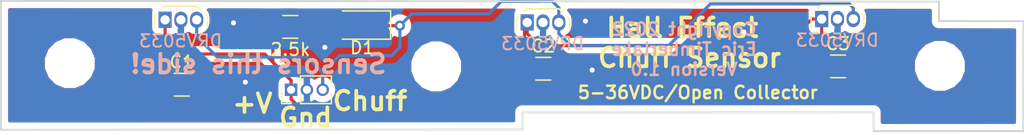
<source format=kicad_pcb>
(kicad_pcb (version 20171130) (host pcbnew "(5.0.2-5)-5")

  (general
    (thickness 1.6)
    (drawings 24)
    (tracks 74)
    (zones 0)
    (modules 12)
    (nets 5)
  )

  (page A4)
  (layers
    (0 F.Cu signal hide)
    (31 B.Cu signal hide)
    (32 B.Adhes user)
    (33 F.Adhes user)
    (34 B.Paste user)
    (35 F.Paste user)
    (36 B.SilkS user hide)
    (37 F.SilkS user)
    (38 B.Mask user)
    (39 F.Mask user)
    (40 Dwgs.User user hide)
    (41 Cmts.User user)
    (42 Eco1.User user hide)
    (43 Eco2.User user hide)
    (44 Edge.Cuts user)
    (45 Margin user hide)
    (46 B.CrtYd user hide)
    (47 F.CrtYd user hide)
    (48 B.Fab user hide)
    (49 F.Fab user hide)
  )

  (setup
    (last_trace_width 0.25)
    (trace_clearance 0.2)
    (zone_clearance 0.508)
    (zone_45_only no)
    (trace_min 0.2)
    (segment_width 0.2)
    (edge_width 0.15)
    (via_size 0.8)
    (via_drill 0.4)
    (via_min_size 0.4)
    (via_min_drill 0.3)
    (uvia_size 0.3)
    (uvia_drill 0.1)
    (uvias_allowed no)
    (uvia_min_size 0.2)
    (uvia_min_drill 0.1)
    (pcb_text_width 0.3)
    (pcb_text_size 1.5 1.5)
    (mod_edge_width 0.15)
    (mod_text_size 1 1)
    (mod_text_width 0.15)
    (pad_size 3 3)
    (pad_drill 3)
    (pad_to_mask_clearance 0.051)
    (solder_mask_min_width 0.25)
    (aux_axis_origin 0 0)
    (visible_elements FFFFFF7F)
    (pcbplotparams
      (layerselection 0x010fc_ffffffff)
      (usegerberextensions false)
      (usegerberattributes false)
      (usegerberadvancedattributes false)
      (creategerberjobfile false)
      (excludeedgelayer true)
      (linewidth 0.100000)
      (plotframeref false)
      (viasonmask false)
      (mode 1)
      (useauxorigin false)
      (hpglpennumber 1)
      (hpglpenspeed 20)
      (hpglpendiameter 15.000000)
      (psnegative false)
      (psa4output false)
      (plotreference true)
      (plotvalue true)
      (plotinvisibletext false)
      (padsonsilk false)
      (subtractmaskfromsilk false)
      (outputformat 1)
      (mirror false)
      (drillshape 1)
      (scaleselection 1)
      (outputdirectory ""))
  )

  (net 0 "")
  (net 1 "Net-(D1-Pad1)")
  (net 2 "Net-(D1-Pad2)")
  (net 3 +BATT)
  (net 4 GND)

  (net_class Default "This is the default net class."
    (clearance 0.2)
    (trace_width 0.25)
    (via_dia 0.8)
    (via_drill 0.4)
    (uvia_dia 0.3)
    (uvia_drill 0.1)
    (add_net +BATT)
    (add_net GND)
    (add_net "Net-(D1-Pad1)")
    (add_net "Net-(D1-Pad2)")
  )

  (module Capacitor_SMD:C_1206_3216Metric_Pad1.42x1.75mm_HandSolder (layer F.Cu) (tedit 5B301BBE) (tstamp 62A24A41)
    (at 125.68428 99.2124)
    (descr "Capacitor SMD 1206 (3216 Metric), square (rectangular) end terminal, IPC_7351 nominal with elongated pad for handsoldering. (Body size source: http://www.tortai-tech.com/upload/download/2011102023233369053.pdf), generated with kicad-footprint-generator")
    (tags "capacitor handsolder")
    (path /62846B85)
    (attr smd)
    (fp_text reference C1 (at 0 -1.82) (layer F.SilkS)
      (effects (font (size 1 1) (thickness 0.15)))
    )
    (fp_text value .01uf (at 0 1.82) (layer F.Fab)
      (effects (font (size 1 1) (thickness 0.15)))
    )
    (fp_line (start -1.6 0.8) (end -1.6 -0.8) (layer F.Fab) (width 0.1))
    (fp_line (start -1.6 -0.8) (end 1.6 -0.8) (layer F.Fab) (width 0.1))
    (fp_line (start 1.6 -0.8) (end 1.6 0.8) (layer F.Fab) (width 0.1))
    (fp_line (start 1.6 0.8) (end -1.6 0.8) (layer F.Fab) (width 0.1))
    (fp_line (start -0.602064 -0.91) (end 0.602064 -0.91) (layer F.SilkS) (width 0.12))
    (fp_line (start -0.602064 0.91) (end 0.602064 0.91) (layer F.SilkS) (width 0.12))
    (fp_line (start -2.45 1.12) (end -2.45 -1.12) (layer F.CrtYd) (width 0.05))
    (fp_line (start -2.45 -1.12) (end 2.45 -1.12) (layer F.CrtYd) (width 0.05))
    (fp_line (start 2.45 -1.12) (end 2.45 1.12) (layer F.CrtYd) (width 0.05))
    (fp_line (start 2.45 1.12) (end -2.45 1.12) (layer F.CrtYd) (width 0.05))
    (fp_text user %R (at 0 0) (layer F.Fab)
      (effects (font (size 0.8 0.8) (thickness 0.12)))
    )
    (pad 1 smd roundrect (at -1.4875 0) (size 1.425 1.75) (layers F.Cu F.Paste F.Mask) (roundrect_rratio 0.175439)
      (net 3 +BATT))
    (pad 2 smd roundrect (at 1.4875 0) (size 1.425 1.75) (layers F.Cu F.Paste F.Mask) (roundrect_rratio 0.175439)
      (net 4 GND))
    (model ${KISYS3DMOD}/Capacitor_SMD.3dshapes/C_1206_3216Metric.wrl
      (at (xyz 0 0 0))
      (scale (xyz 1 1 1))
      (rotate (xyz 0 0 0))
    )
  )

  (module Capacitor_SMD:C_1206_3216Metric_Pad1.42x1.75mm_HandSolder (layer F.Cu) (tedit 5B301BBE) (tstamp 62A24A52)
    (at 154.73172 97.92716)
    (descr "Capacitor SMD 1206 (3216 Metric), square (rectangular) end terminal, IPC_7351 nominal with elongated pad for handsoldering. (Body size source: http://www.tortai-tech.com/upload/download/2011102023233369053.pdf), generated with kicad-footprint-generator")
    (tags "capacitor handsolder")
    (path /62846B1F)
    (attr smd)
    (fp_text reference C2 (at 0 -1.82) (layer F.SilkS)
      (effects (font (size 1 1) (thickness 0.15)))
    )
    (fp_text value .01uf (at 0 1.82) (layer F.Fab)
      (effects (font (size 1 1) (thickness 0.15)))
    )
    (fp_text user %R (at 0 0) (layer F.Fab)
      (effects (font (size 0.8 0.8) (thickness 0.12)))
    )
    (fp_line (start 2.45 1.12) (end -2.45 1.12) (layer F.CrtYd) (width 0.05))
    (fp_line (start 2.45 -1.12) (end 2.45 1.12) (layer F.CrtYd) (width 0.05))
    (fp_line (start -2.45 -1.12) (end 2.45 -1.12) (layer F.CrtYd) (width 0.05))
    (fp_line (start -2.45 1.12) (end -2.45 -1.12) (layer F.CrtYd) (width 0.05))
    (fp_line (start -0.602064 0.91) (end 0.602064 0.91) (layer F.SilkS) (width 0.12))
    (fp_line (start -0.602064 -0.91) (end 0.602064 -0.91) (layer F.SilkS) (width 0.12))
    (fp_line (start 1.6 0.8) (end -1.6 0.8) (layer F.Fab) (width 0.1))
    (fp_line (start 1.6 -0.8) (end 1.6 0.8) (layer F.Fab) (width 0.1))
    (fp_line (start -1.6 -0.8) (end 1.6 -0.8) (layer F.Fab) (width 0.1))
    (fp_line (start -1.6 0.8) (end -1.6 -0.8) (layer F.Fab) (width 0.1))
    (pad 2 smd roundrect (at 1.4875 0) (size 1.425 1.75) (layers F.Cu F.Paste F.Mask) (roundrect_rratio 0.175439)
      (net 4 GND))
    (pad 1 smd roundrect (at -1.4875 0) (size 1.425 1.75) (layers F.Cu F.Paste F.Mask) (roundrect_rratio 0.175439)
      (net 3 +BATT))
    (model ${KISYS3DMOD}/Capacitor_SMD.3dshapes/C_1206_3216Metric.wrl
      (at (xyz 0 0 0))
      (scale (xyz 1 1 1))
      (rotate (xyz 0 0 0))
    )
  )

  (module Capacitor_SMD:C_1206_3216Metric_Pad1.42x1.75mm_HandSolder (layer F.Cu) (tedit 62872E66) (tstamp 62A24A63)
    (at 178.4096 97.7392)
    (descr "Capacitor SMD 1206 (3216 Metric), square (rectangular) end terminal, IPC_7351 nominal with elongated pad for handsoldering. (Body size source: http://www.tortai-tech.com/upload/download/2011102023233369053.pdf), generated with kicad-footprint-generator")
    (tags "capacitor handsolder")
    (path /62846A91)
    (attr smd)
    (fp_text reference C3 (at 0 -1.82) (layer F.SilkS)
      (effects (font (size 1 1) (thickness 0.15)))
    )
    (fp_text value .01uf (at 0 1.82) (layer F.Fab)
      (effects (font (size 1 1) (thickness 0.15)))
    )
    (fp_line (start -1.6 0.8) (end -1.6 -0.8) (layer F.Fab) (width 0.1))
    (fp_line (start -1.6 -0.8) (end 1.6 -0.8) (layer F.Fab) (width 0.1))
    (fp_line (start 1.6 -0.8) (end 1.6 0.8) (layer F.Fab) (width 0.1))
    (fp_line (start 1.6 0.8) (end -1.6 0.8) (layer F.Fab) (width 0.1))
    (fp_line (start -0.602064 -0.91) (end 0.602064 -0.91) (layer F.SilkS) (width 0.12))
    (fp_line (start -0.602064 0.91) (end 0.602064 0.91) (layer F.SilkS) (width 0.12))
    (fp_line (start -2.45 1.12) (end -2.45 -1.12) (layer F.CrtYd) (width 0.05))
    (fp_line (start -2.45 -1.12) (end 2.45 -1.12) (layer F.CrtYd) (width 0.05))
    (fp_line (start 2.45 -1.12) (end 2.45 1.12) (layer F.CrtYd) (width 0.05))
    (fp_line (start 2.45 1.12) (end -2.45 1.12) (layer F.CrtYd) (width 0.05))
    (fp_text user %R (at 0 0) (layer F.Fab)
      (effects (font (size 0.8 0.8) (thickness 0.12)))
    )
    (pad 1 smd roundrect (at -1.4875 0) (size 1.425 1.75) (layers F.Cu F.Paste F.Mask) (roundrect_rratio 0.175439)
      (net 3 +BATT))
    (pad 2 smd roundrect (at 1.4875 0) (size 1.425 1.75) (layers F.Cu F.Paste F.Mask) (roundrect_rratio 0.175439)
      (net 4 GND))
    (model ${KISYS3DMOD}/Capacitor_SMD.3dshapes/C_1206_3216Metric.wrl
      (at (xyz 0 0 0))
      (scale (xyz 1 1 1))
      (rotate (xyz 0 0 0))
    )
  )

  (module LED_SMD:LED_1206_3216Metric (layer F.Cu) (tedit 62871389) (tstamp 62A24A76)
    (at 140.1826 94.41942 180)
    (descr "LED SMD 1206 (3216 Metric), square (rectangular) end terminal, IPC_7351 nominal, (Body size source: http://www.tortai-tech.com/upload/download/2011102023233369053.pdf), generated with kicad-footprint-generator")
    (tags diode)
    (path /62879654)
    (attr smd)
    (fp_text reference D1 (at 0 -1.82 180) (layer F.SilkS)
      (effects (font (size 1 1) (thickness 0.15)))
    )
    (fp_text value LED (at 0 1.82 180) (layer F.Fab) hide
      (effects (font (size 1 1) (thickness 0.15)))
    )
    (fp_line (start 1.6 -0.8) (end -1.2 -0.8) (layer F.Fab) (width 0.1))
    (fp_line (start -1.2 -0.8) (end -1.6 -0.4) (layer F.Fab) (width 0.1))
    (fp_line (start -1.6 -0.4) (end -1.6 0.8) (layer F.Fab) (width 0.1))
    (fp_line (start -1.6 0.8) (end 1.6 0.8) (layer F.Fab) (width 0.1))
    (fp_line (start 1.6 0.8) (end 1.6 -0.8) (layer F.Fab) (width 0.1))
    (fp_line (start 1.6 -1.135) (end -2.285 -1.135) (layer F.SilkS) (width 0.12))
    (fp_line (start -2.285 -1.135) (end -2.285 1.135) (layer F.SilkS) (width 0.12))
    (fp_line (start -2.285 1.135) (end 1.6 1.135) (layer F.SilkS) (width 0.12))
    (fp_line (start -2.28 1.12) (end -2.28 -1.12) (layer F.CrtYd) (width 0.05))
    (fp_line (start -2.28 -1.12) (end 2.28 -1.12) (layer F.CrtYd) (width 0.05))
    (fp_line (start 2.28 -1.12) (end 2.28 1.12) (layer F.CrtYd) (width 0.05))
    (fp_line (start 2.28 1.12) (end -2.28 1.12) (layer F.CrtYd) (width 0.05))
    (fp_text user %R (at 0 0 180) (layer F.Fab)
      (effects (font (size 0.8 0.8) (thickness 0.12)))
    )
    (pad 1 smd roundrect (at -1.4 0 180) (size 1.25 1.75) (layers F.Cu F.Paste F.Mask) (roundrect_rratio 0.2)
      (net 1 "Net-(D1-Pad1)"))
    (pad 2 smd roundrect (at 1.4 0 180) (size 1.25 1.75) (layers F.Cu F.Paste F.Mask) (roundrect_rratio 0.2)
      (net 2 "Net-(D1-Pad2)"))
    (model ${KISYS3DMOD}/LED_SMD.3dshapes/LED_1206_3216Metric.wrl
      (at (xyz 0 0 0))
      (scale (xyz 1 1 1))
      (rotate (xyz 0 0 0))
    )
  )

  (module MountingHole:MountingHole_3mm (layer F.Cu) (tedit 62871381) (tstamp 62A24A7E)
    (at 116.69268 97.48266)
    (descr "Mounting Hole 3mm, no annular")
    (tags "mounting hole 3mm no annular")
    (path /62878DD0)
    (attr virtual)
    (fp_text reference H1 (at 0 -4) (layer F.SilkS) hide
      (effects (font (size 1 1) (thickness 0.15)))
    )
    (fp_text value MountingHole (at 0 4) (layer F.Fab) hide
      (effects (font (size 1 1) (thickness 0.15)))
    )
    (fp_text user %R (at 0.3 0) (layer F.Fab)
      (effects (font (size 1 1) (thickness 0.15)))
    )
    (fp_circle (center 0 0) (end 3 0) (layer Cmts.User) (width 0.15))
    (fp_circle (center 0 0) (end 3.25 0) (layer F.CrtYd) (width 0.05))
    (pad 1 np_thru_hole circle (at 0 0) (size 3 3) (drill 3) (layers *.Cu *.Mask))
  )

  (module MountingHole:MountingHole_3mm (layer F.Cu) (tedit 62871379) (tstamp 62A24A86)
    (at 146.13128 97.74428)
    (descr "Mounting Hole 3mm, no annular")
    (tags "mounting hole 3mm no annular")
    (path /62878E3C)
    (attr virtual)
    (fp_text reference H2 (at 0 -4) (layer F.SilkS) hide
      (effects (font (size 1 1) (thickness 0.15)))
    )
    (fp_text value MountingHole (at 0 4) (layer F.Fab) hide
      (effects (font (size 1 1) (thickness 0.15)))
    )
    (fp_circle (center 0 0) (end 3.25 0) (layer F.CrtYd) (width 0.05))
    (fp_circle (center 0 0) (end 3 0) (layer Cmts.User) (width 0.15))
    (fp_text user %R (at 0.3 0) (layer F.Fab)
      (effects (font (size 1 1) (thickness 0.15)))
    )
    (pad 1 np_thru_hole circle (at 0 0) (size 3 3) (drill 3) (layers *.Cu *.Mask))
  )

  (module MountingHole:MountingHole_3mm (layer F.Cu) (tedit 62871372) (tstamp 62A24A8E)
    (at 186.59602 97.69856)
    (descr "Mounting Hole 3mm, no annular")
    (tags "mounting hole 3mm no annular")
    (path /62878E8D)
    (attr virtual)
    (fp_text reference H3 (at 0 -4) (layer F.SilkS) hide
      (effects (font (size 1 1) (thickness 0.15)))
    )
    (fp_text value MountingHole (at 0 4) (layer F.Fab) hide
      (effects (font (size 1 1) (thickness 0.15)))
    )
    (fp_text user %R (at 0.3 0) (layer F.Fab)
      (effects (font (size 1 1) (thickness 0.15)))
    )
    (fp_circle (center 0 0) (end 3 0) (layer Cmts.User) (width 0.15))
    (fp_circle (center 0 0) (end 3.25 0) (layer F.CrtYd) (width 0.05))
    (pad 1 np_thru_hole circle (at 0 0) (size 3 3) (drill 3) (layers *.Cu *.Mask))
  )

  (module Connector_PinHeader_1.27mm:PinHeader_1x03_P1.27mm_Vertical (layer F.Cu) (tedit 628713BD) (tstamp 62A24AA7)
    (at 134.47014 99.6188 90)
    (descr "Through hole straight pin header, 1x03, 1.27mm pitch, single row")
    (tags "Through hole pin header THT 1x03 1.27mm single row")
    (path /62848F3C)
    (fp_text reference J1 (at 0 -1.695 90) (layer F.SilkS) hide
      (effects (font (size 1 1) (thickness 0.15)))
    )
    (fp_text value Conn_01x03_Male (at 0 4.235 90) (layer F.Fab) hide
      (effects (font (size 1 1) (thickness 0.15)))
    )
    (fp_line (start -0.525 -0.635) (end 1.05 -0.635) (layer F.Fab) (width 0.1))
    (fp_line (start 1.05 -0.635) (end 1.05 3.175) (layer F.Fab) (width 0.1))
    (fp_line (start 1.05 3.175) (end -1.05 3.175) (layer F.Fab) (width 0.1))
    (fp_line (start -1.05 3.175) (end -1.05 -0.11) (layer F.Fab) (width 0.1))
    (fp_line (start -1.05 -0.11) (end -0.525 -0.635) (layer F.Fab) (width 0.1))
    (fp_line (start -1.11 3.235) (end -0.30753 3.235) (layer F.SilkS) (width 0.12))
    (fp_line (start 0.30753 3.235) (end 1.11 3.235) (layer F.SilkS) (width 0.12))
    (fp_line (start -1.11 0.76) (end -1.11 3.235) (layer F.SilkS) (width 0.12))
    (fp_line (start 1.11 0.76) (end 1.11 3.235) (layer F.SilkS) (width 0.12))
    (fp_line (start -1.11 0.76) (end -0.563471 0.76) (layer F.SilkS) (width 0.12))
    (fp_line (start 0.563471 0.76) (end 1.11 0.76) (layer F.SilkS) (width 0.12))
    (fp_line (start -1.11 0) (end -1.11 -0.76) (layer F.SilkS) (width 0.12))
    (fp_line (start -1.11 -0.76) (end 0 -0.76) (layer F.SilkS) (width 0.12))
    (fp_line (start -1.55 -1.15) (end -1.55 3.7) (layer F.CrtYd) (width 0.05))
    (fp_line (start -1.55 3.7) (end 1.55 3.7) (layer F.CrtYd) (width 0.05))
    (fp_line (start 1.55 3.7) (end 1.55 -1.15) (layer F.CrtYd) (width 0.05))
    (fp_line (start 1.55 -1.15) (end -1.55 -1.15) (layer F.CrtYd) (width 0.05))
    (fp_text user %R (at 0 1.27 180) (layer F.Fab) hide
      (effects (font (size 1 1) (thickness 0.15)))
    )
    (pad 1 thru_hole rect (at 0 0 90) (size 1 1) (drill 0.65) (layers *.Cu *.Mask)
      (net 3 +BATT))
    (pad 2 thru_hole oval (at 0 1.27 90) (size 1 1) (drill 0.65) (layers *.Cu *.Mask)
      (net 4 GND))
    (pad 3 thru_hole oval (at 0 2.54 90) (size 1 1) (drill 0.65) (layers *.Cu *.Mask)
      (net 1 "Net-(D1-Pad1)"))
    (model ${KISYS3DMOD}/Connector_PinHeader_1.27mm.3dshapes/PinHeader_1x03_P1.27mm_Vertical.wrl
      (at (xyz 0 0 0))
      (scale (xyz 1 1 1))
      (rotate (xyz 0 0 0))
    )
  )

  (module Resistor_SMD:R_1206_3216Metric (layer F.Cu) (tedit 5D74CB1B) (tstamp 62A24AB8)
    (at 134.40618 94.5642)
    (descr "Resistor SMD 1206 (3216 Metric), square (rectangular) end terminal, IPC_7351 nominal, (Body size source: http://www.tortai-tech.com/upload/download/2011102023233369053.pdf), generated with kicad-footprint-generator")
    (tags resistor)
    (path /62879755)
    (attr smd)
    (fp_text reference R1 (at 0 -1.82) (layer F.SilkS) hide
      (effects (font (size 1 1) (thickness 0.15)))
    )
    (fp_text value 2.5k (at 0 1.82) (layer F.SilkS)
      (effects (font (size 1 1) (thickness 0.15)))
    )
    (fp_text user %R (at 0 0) (layer F.Fab)
      (effects (font (size 0.8 0.8) (thickness 0.12)))
    )
    (fp_line (start 2.28 1.12) (end -2.28 1.12) (layer F.CrtYd) (width 0.05))
    (fp_line (start 2.28 -1.12) (end 2.28 1.12) (layer F.CrtYd) (width 0.05))
    (fp_line (start -2.28 -1.12) (end 2.28 -1.12) (layer F.CrtYd) (width 0.05))
    (fp_line (start -2.28 1.12) (end -2.28 -1.12) (layer F.CrtYd) (width 0.05))
    (fp_line (start -0.602064 0.91) (end 0.602064 0.91) (layer F.SilkS) (width 0.12))
    (fp_line (start -0.602064 -0.91) (end 0.602064 -0.91) (layer F.SilkS) (width 0.12))
    (fp_line (start 1.6 0.8) (end -1.6 0.8) (layer F.Fab) (width 0.1))
    (fp_line (start 1.6 -0.8) (end 1.6 0.8) (layer F.Fab) (width 0.1))
    (fp_line (start -1.6 -0.8) (end 1.6 -0.8) (layer F.Fab) (width 0.1))
    (fp_line (start -1.6 0.8) (end -1.6 -0.8) (layer F.Fab) (width 0.1))
    (pad 2 smd roundrect (at 1.4 0) (size 1.25 1.75) (layers F.Cu F.Paste F.Mask) (roundrect_rratio 0.2)
      (net 2 "Net-(D1-Pad2)"))
    (pad 1 smd roundrect (at -1.4 0) (size 1.25 1.75) (layers F.Cu F.Paste F.Mask) (roundrect_rratio 0.2)
      (net 3 +BATT))
    (model ${KISYS3DMOD}/Resistor_SMD.3dshapes/R_1206_3216Metric.wrl
      (at (xyz 0 0 0))
      (scale (xyz 1 1 1))
      (rotate (xyz 0 0 0))
    )
  )

  (module Package_TO_SOT_THT:TO-92Flat (layer F.Cu) (tedit 6287342B) (tstamp 62A24AD4)
    (at 124.3457 93.99778)
    (descr "TO-92Flat package, often used for hall sensors, drill 0.75mm (see e.g. http://www.ti.com/lit/ds/symlink/drv5023.pdf)")
    (tags "to-92Flat hall sensor")
    (path /6287DF08)
    (fp_text reference U1 (at 1.27 -2.06) (layer F.SilkS) hide
      (effects (font (size 1 1) (thickness 0.15)))
    )
    (fp_text value DRV5033 (at 1.25 1.7) (layer B.SilkS)
      (effects (font (size 1 1) (thickness 0.15)) (justify mirror))
    )
    (fp_text user %R (at 1.27 -2.06) (layer F.Fab) hide
      (effects (font (size 1 1) (thickness 0.15)))
    )
    (fp_line (start -0.75 0.55) (end 3.3 0.55) (layer F.Fab) (width 0.12))
    (fp_line (start 3.3 0.55) (end 3.3 -0.05) (layer F.Fab) (width 0.12))
    (fp_line (start 3.3 0) (end 3.3 -0.25) (layer F.Fab) (width 0.12))
    (fp_line (start 3.3 -0.25) (end 2.55 -1) (layer F.Fab) (width 0.12))
    (fp_line (start -0.75 0.55) (end -0.75 -0.3) (layer F.Fab) (width 0.12))
    (fp_line (start -0.75 -0.25) (end 0 -1) (layer F.Fab) (width 0.12))
    (fp_line (start 0 -1) (end 2.55 -1) (layer F.Fab) (width 0.12))
    (fp_line (start -0.85 0.65) (end -0.85 -0.3) (layer F.SilkS) (width 0.12))
    (fp_line (start 3.4 -0.3) (end 3.4 0.65) (layer F.SilkS) (width 0.12))
    (fp_line (start 3.55 0.8) (end -1 0.8) (layer B.CrtYd) (width 0.05))
    (fp_line (start -1 0.8) (end -1 -0.4) (layer B.CrtYd) (width 0.05))
    (fp_line (start -0.15 -1.25) (end 2.65 -1.25) (layer B.CrtYd) (width 0.05))
    (fp_line (start 2.65 -1.25) (end 3.55 -0.35) (layer B.CrtYd) (width 0.05))
    (fp_line (start 3.55 -0.35) (end 3.55 0.8) (layer B.CrtYd) (width 0.05))
    (fp_line (start -1 -0.4) (end -0.15 -1.25) (layer B.CrtYd) (width 0.05))
    (fp_line (start 2.55 -1.1) (end -0.05 -1.1) (layer F.SilkS) (width 0.12))
    (fp_line (start -0.05 -1.1) (end -0.3 -0.85) (layer F.SilkS) (width 0.12))
    (fp_line (start -0.7 -0.45) (end -0.85 -0.3) (layer F.SilkS) (width 0.12))
    (fp_line (start 2.55 -1.1) (end 2.8 -0.85) (layer F.SilkS) (width 0.12))
    (fp_line (start 3.25 -0.45) (end 3.4 -0.3) (layer F.SilkS) (width 0.12))
    (pad 1 thru_hole rect (at 0 0 180) (size 1.05 1.3) (drill 0.75) (layers *.Cu *.Mask)
      (net 3 +BATT))
    (pad 3 thru_hole oval (at 2.54 0 180) (size 1.05 1.3) (drill 0.75) (layers *.Cu *.Mask)
      (net 1 "Net-(D1-Pad1)"))
    (pad 2 thru_hole oval (at 1.27 0 180) (size 1.05 1.3) (drill 0.75) (layers *.Cu *.Mask)
      (net 4 GND))
    (model ${KISYS3DMOD}/Package_TO_SOT_THT.3dshapes/TO-92Flat.wrl
      (at (xyz 0 0 0))
      (scale (xyz 1 1 1))
      (rotate (xyz 0 0 0))
    )
  )

  (module Package_TO_SOT_THT:TO-92Flat (layer F.Cu) (tedit 62873423) (tstamp 62A24AF0)
    (at 153.43886 94.21114)
    (descr "TO-92Flat package, often used for hall sensors, drill 0.75mm (see e.g. http://www.ti.com/lit/ds/symlink/drv5023.pdf)")
    (tags "to-92Flat hall sensor")
    (path /6287DFD4)
    (fp_text reference U2 (at 1.27 -2.06) (layer F.SilkS) hide
      (effects (font (size 1 1) (thickness 0.15)))
    )
    (fp_text value DRV5033 (at 1.25 1.7) (layer B.SilkS)
      (effects (font (size 1 1) (thickness 0.15)) (justify mirror))
    )
    (fp_line (start 3.25 -0.45) (end 3.4 -0.3) (layer F.SilkS) (width 0.12))
    (fp_line (start 2.55 -1.1) (end 2.8 -0.85) (layer F.SilkS) (width 0.12))
    (fp_line (start -0.7 -0.45) (end -0.85 -0.3) (layer F.SilkS) (width 0.12))
    (fp_line (start -0.05 -1.1) (end -0.3 -0.85) (layer F.SilkS) (width 0.12))
    (fp_line (start 2.55 -1.1) (end -0.05 -1.1) (layer F.SilkS) (width 0.12))
    (fp_line (start -1 -0.4) (end -0.15 -1.25) (layer B.CrtYd) (width 0.05))
    (fp_line (start 3.55 -0.35) (end 3.55 0.8) (layer B.CrtYd) (width 0.05))
    (fp_line (start 2.65 -1.25) (end 3.55 -0.35) (layer B.CrtYd) (width 0.05))
    (fp_line (start -0.15 -1.25) (end 2.65 -1.25) (layer B.CrtYd) (width 0.05))
    (fp_line (start -1 0.8) (end -1 -0.4) (layer B.CrtYd) (width 0.05))
    (fp_line (start 3.55 0.8) (end -1 0.8) (layer B.CrtYd) (width 0.05))
    (fp_line (start 3.4 -0.3) (end 3.4 0.65) (layer F.SilkS) (width 0.12))
    (fp_line (start -0.85 0.65) (end -0.85 -0.3) (layer F.SilkS) (width 0.12))
    (fp_line (start 0 -1) (end 2.55 -1) (layer F.Fab) (width 0.12))
    (fp_line (start -0.75 -0.25) (end 0 -1) (layer F.Fab) (width 0.12))
    (fp_line (start -0.75 0.55) (end -0.75 -0.3) (layer F.Fab) (width 0.12))
    (fp_line (start 3.3 -0.25) (end 2.55 -1) (layer F.Fab) (width 0.12))
    (fp_line (start 3.3 0) (end 3.3 -0.25) (layer F.Fab) (width 0.12))
    (fp_line (start 3.3 0.55) (end 3.3 -0.05) (layer F.Fab) (width 0.12))
    (fp_line (start -0.75 0.55) (end 3.3 0.55) (layer F.Fab) (width 0.12))
    (fp_text user %R (at 1.27 -2.06) (layer F.Fab) hide
      (effects (font (size 1 1) (thickness 0.15)))
    )
    (pad 2 thru_hole oval (at 1.27 0 180) (size 1.05 1.3) (drill 0.75) (layers *.Cu *.Mask)
      (net 4 GND))
    (pad 3 thru_hole oval (at 2.54 0 180) (size 1.05 1.3) (drill 0.75) (layers *.Cu *.Mask)
      (net 1 "Net-(D1-Pad1)"))
    (pad 1 thru_hole rect (at 0 0 180) (size 1.05 1.3) (drill 0.75) (layers *.Cu *.Mask)
      (net 3 +BATT))
    (model ${KISYS3DMOD}/Package_TO_SOT_THT.3dshapes/TO-92Flat.wrl
      (at (xyz 0 0 0))
      (scale (xyz 1 1 1))
      (rotate (xyz 0 0 0))
    )
  )

  (module Package_TO_SOT_THT:TO-92Flat (layer F.Cu) (tedit 6287341C) (tstamp 62A24B0C)
    (at 177.09896 93.93428)
    (descr "TO-92Flat package, often used for hall sensors, drill 0.75mm (see e.g. http://www.ti.com/lit/ds/symlink/drv5023.pdf)")
    (tags "to-92Flat hall sensor")
    (path /628822F4)
    (fp_text reference U3 (at 1.27 -2.06) (layer F.SilkS) hide
      (effects (font (size 1 1) (thickness 0.15)))
    )
    (fp_text value DRV5033 (at 1.25 1.7) (layer B.SilkS)
      (effects (font (size 1 1) (thickness 0.15)) (justify mirror))
    )
    (fp_line (start 3.25 -0.45) (end 3.4 -0.3) (layer F.SilkS) (width 0.12))
    (fp_line (start 2.55 -1.1) (end 2.8 -0.85) (layer F.SilkS) (width 0.12))
    (fp_line (start -0.7 -0.45) (end -0.85 -0.3) (layer F.SilkS) (width 0.12))
    (fp_line (start -0.05 -1.1) (end -0.3 -0.85) (layer F.SilkS) (width 0.12))
    (fp_line (start 2.55 -1.1) (end -0.05 -1.1) (layer F.SilkS) (width 0.12))
    (fp_line (start -1 -0.4) (end -0.15 -1.25) (layer B.CrtYd) (width 0.05))
    (fp_line (start 3.55 -0.35) (end 3.55 0.8) (layer B.CrtYd) (width 0.05))
    (fp_line (start 2.65 -1.25) (end 3.55 -0.35) (layer B.CrtYd) (width 0.05))
    (fp_line (start -0.15 -1.25) (end 2.65 -1.25) (layer B.CrtYd) (width 0.05))
    (fp_line (start -1 0.8) (end -1 -0.4) (layer B.CrtYd) (width 0.05))
    (fp_line (start 3.55 0.8) (end -1 0.8) (layer B.CrtYd) (width 0.05))
    (fp_line (start 3.4 -0.3) (end 3.4 0.65) (layer F.SilkS) (width 0.12))
    (fp_line (start -0.85 0.65) (end -0.85 -0.3) (layer F.SilkS) (width 0.12))
    (fp_line (start 0 -1) (end 2.55 -1) (layer F.Fab) (width 0.12))
    (fp_line (start -0.75 -0.25) (end 0 -1) (layer F.Fab) (width 0.12))
    (fp_line (start -0.75 0.55) (end -0.75 -0.3) (layer F.Fab) (width 0.12))
    (fp_line (start 3.3 -0.25) (end 2.55 -1) (layer F.Fab) (width 0.12))
    (fp_line (start 3.3 0) (end 3.3 -0.25) (layer F.Fab) (width 0.12))
    (fp_line (start 3.3 0.55) (end 3.3 -0.05) (layer F.Fab) (width 0.12))
    (fp_line (start -0.75 0.55) (end 3.3 0.55) (layer F.Fab) (width 0.12))
    (fp_text user %R (at 1.27 -2.06) (layer F.Fab) hide
      (effects (font (size 1 1) (thickness 0.15)))
    )
    (pad 2 thru_hole oval (at 1.27 0 180) (size 1.05 1.3) (drill 0.75) (layers *.Cu *.Mask)
      (net 4 GND))
    (pad 3 thru_hole oval (at 2.54 0 180) (size 1.05 1.3) (drill 0.75) (layers *.Cu *.Mask)
      (net 1 "Net-(D1-Pad1)"))
    (pad 1 thru_hole rect (at 0 0 180) (size 1.05 1.3) (drill 0.75) (layers *.Cu *.Mask)
      (net 3 +BATT))
    (model ${KISYS3DMOD}/Package_TO_SOT_THT.3dshapes/TO-92Flat.wrl
      (at (xyz 0 0 0))
      (scale (xyz 1 1 1))
      (rotate (xyz 0 0 0))
    )
  )

  (gr_text "Copyright 2022\nEric Timberlake\nVersion 1.0" (at 166.03472 96.36252) (layer B.SilkS)
    (effects (font (size 1 1) (thickness 0.2)) (justify mirror))
  )
  (gr_text "5-36VDC/Open Collector" (at 167.1447 99.83978) (layer F.SilkS)
    (effects (font (size 1 1) (thickness 0.2)))
  )
  (gr_text "Hall Effect \nChuff Sensor" (at 166.47922 95.84436) (layer F.SilkS)
    (effects (font (size 1.5 1.5) (thickness 0.3)))
  )
  (gr_text "Sensors this side!" (at 131.85902 97.54616) (layer B.SilkS)
    (effects (font (size 1.5 1.5) (thickness 0.3)) (justify mirror))
  )
  (gr_line (start 111.15802 102.82936) (end 111.15802 92.48902) (layer Edge.Cuts) (width 0.15))
  (gr_line (start 153.05786 102.81158) (end 111.15802 102.82936) (layer Edge.Cuts) (width 0.15))
  (gr_line (start 153.05786 101.44506) (end 153.05786 102.81158) (layer Edge.Cuts) (width 0.15))
  (gr_line (start 181.26202 101.43744) (end 153.05786 101.44506) (layer Edge.Cuts) (width 0.15))
  (gr_line (start 181.26964 102.94366) (end 181.26202 101.43744) (layer Edge.Cuts) (width 0.15))
  (gr_line (start 193.294 102.93858) (end 181.26964 102.94366) (layer Edge.Cuts) (width 0.15))
  (gr_line (start 193.29908 94.107) (end 193.294 102.93858) (layer Edge.Cuts) (width 0.15))
  (gr_line (start 186.5249 94.09684) (end 193.29908 94.107) (layer Edge.Cuts) (width 0.15))
  (gr_line (start 186.5249 92.53982) (end 186.5249 94.09684) (layer Edge.Cuts) (width 0.15))
  (gr_line (start 111.16056 92.4814) (end 186.5249 92.53982) (layer Edge.Cuts) (width 0.15))
  (gr_text Chuff (at 140.81252 100.51796) (layer F.SilkS)
    (effects (font (size 1.5 1.5) (thickness 0.3)))
  )
  (gr_text Gnd (at 135.63092 101.85654) (layer F.SilkS)
    (effects (font (size 1.5 1.5) (thickness 0.3)))
  )
  (gr_text +V (at 131.3688 100.7237) (layer F.SilkS)
    (effects (font (size 1.5 1.5) (thickness 0.3)))
  )
  (dimension 28.143383 (width 0.3) (layer Dwgs.User)
    (gr_text "28.143 mm" (at 167.226721 115.704252 0.2068430708) (layer Dwgs.User)
      (effects (font (size 1.5 1.5) (thickness 0.3)))
    )
    (feature1 (pts (xy 153.10866 102.88524) (xy 153.149657 114.241483)))
    (feature2 (pts (xy 181.25186 102.78364) (xy 181.292857 114.139883)))
    (crossbar (pts (xy 181.29074 113.553466) (xy 153.14754 113.655066)))
    (arrow1a (pts (xy 153.14754 113.655066) (xy 154.271919 113.064582)))
    (arrow1b (pts (xy 153.14754 113.655066) (xy 154.276153 114.237416)))
    (arrow2a (pts (xy 181.29074 113.553466) (xy 180.162127 112.971116)))
    (arrow2b (pts (xy 181.29074 113.553466) (xy 180.166361 114.14395)))
  )
  (dimension 12.093411 (width 0.3) (layer Dwgs.User)
    (gr_text "12.093 mm" (at 187.248094 85.005604 -0.5054316989) (layer Dwgs.User)
      (effects (font (size 1.5 1.5) (thickness 0.3)))
    )
    (feature1 (pts (xy 181.12232 93.9419) (xy 181.188272 86.465784)))
    (feature2 (pts (xy 193.21526 94.04858) (xy 193.281212 86.572464)))
    (crossbar (pts (xy 193.276039 87.158862) (xy 181.183099 87.052182)))
    (arrow1a (pts (xy 181.183099 87.052182) (xy 182.314732 86.475721)))
    (arrow1b (pts (xy 181.183099 87.052182) (xy 182.304386 87.648517)))
    (arrow2a (pts (xy 193.276039 87.158862) (xy 192.154752 86.562527)))
    (arrow2b (pts (xy 193.276039 87.158862) (xy 192.144406 87.735323)))
  )
  (dimension 67.193161 (width 0.3) (layer Dwgs.User)
    (gr_text "67.193 mm" (at 144.70931 78.036994 0.008663457939) (layer Dwgs.User)
      (effects (font (size 1.5 1.5) (thickness 0.3)))
    )
    (feature1 (pts (xy 178.308 91.98356) (xy 178.306119 79.545493)))
    (feature2 (pts (xy 111.11484 91.99372) (xy 111.112959 79.555653)))
    (crossbar (pts (xy 111.113048 80.142074) (xy 178.306208 80.131914)))
    (arrow1a (pts (xy 178.306208 80.131914) (xy 177.179793 80.718505)))
    (arrow1b (pts (xy 178.306208 80.131914) (xy 177.179616 79.545664)))
    (arrow2a (pts (xy 111.113048 80.142074) (xy 112.23964 80.728324)))
    (arrow2b (pts (xy 111.113048 80.142074) (xy 112.239463 79.555483)))
  )
  (dimension 43.494969 (width 0.3) (layer Dwgs.User)
    (gr_text "43.495 mm" (at 132.960619 83.018753 0.0368052726) (layer Dwgs.User)
      (effects (font (size 1.5 1.5) (thickness 0.3)))
    )
    (feature1 (pts (xy 154.71394 92.09786) (xy 154.709071 84.518363)))
    (feature2 (pts (xy 111.21898 92.1258) (xy 111.214111 84.546303)))
    (crossbar (pts (xy 111.214488 85.132723) (xy 154.709448 85.104783)))
    (arrow1a (pts (xy 154.709448 85.104783) (xy 153.583321 85.691927)))
    (arrow1b (pts (xy 154.709448 85.104783) (xy 153.582568 84.519086)))
    (arrow2a (pts (xy 111.214488 85.132723) (xy 112.341368 85.71842)))
    (arrow2b (pts (xy 111.214488 85.132723) (xy 112.340615 84.545579)))
  )
  (dimension 14.541662 (width 0.3) (layer Dwgs.User)
    (gr_text "14.542 mm" (at 118.43093 87.59424 359.7297861) (layer Dwgs.User)
      (effects (font (size 1.5 1.5) (thickness 0.3)))
    )
    (feature1 (pts (xy 125.6792 92.39504) (xy 125.694541 89.142092)))
    (feature2 (pts (xy 111.1377 92.32646) (xy 111.153041 89.073512)))
    (crossbar (pts (xy 111.150276 89.659927) (xy 125.691776 89.728507)))
    (arrow1a (pts (xy 125.691776 89.728507) (xy 124.562519 90.309609)))
    (arrow1b (pts (xy 125.691776 89.728507) (xy 124.56805 89.13678)))
    (arrow2a (pts (xy 111.150276 89.659927) (xy 112.274002 90.251654)))
    (arrow2b (pts (xy 111.150276 89.659927) (xy 112.279533 89.078825)))
  )
  (dimension 81.749938 (width 0.3) (layer Dwgs.User)
    (gr_text "81.750 mm" (at 151.941132 110.346431 0.05518622388) (layer Dwgs.User)
      (effects (font (size 1.5 1.5) (thickness 0.3)))
    )
    (feature1 (pts (xy 111.05896 102.88778) (xy 111.064724 108.872223)))
    (feature2 (pts (xy 192.80886 102.80904) (xy 192.814624 108.793483)))
    (crossbar (pts (xy 192.814059 108.207062) (xy 111.064159 108.285802)))
    (arrow1a (pts (xy 111.064159 108.285802) (xy 112.190097 107.698297)))
    (arrow1b (pts (xy 111.064159 108.285802) (xy 112.191227 108.871137)))
    (arrow2a (pts (xy 192.814059 108.207062) (xy 191.686991 107.621727)))
    (arrow2b (pts (xy 192.814059 108.207062) (xy 191.688121 108.794567)))
  )
  (dimension 10.01522 (width 0.3) (layer Dwgs.User)
    (gr_text "10.015 mm" (at 201.94974 97.64649 90) (layer Dwgs.User)
      (effects (font (size 1.5 1.5) (thickness 0.3)))
    )
    (feature1 (pts (xy 192.8749 92.63888) (xy 200.436161 92.63888)))
    (feature2 (pts (xy 192.8749 102.6541) (xy 200.436161 102.6541)))
    (crossbar (pts (xy 199.84974 102.6541) (xy 199.84974 92.63888)))
    (arrow1a (pts (xy 199.84974 92.63888) (xy 200.436161 93.765384)))
    (arrow1b (pts (xy 199.84974 92.63888) (xy 199.263319 93.765384)))
    (arrow2a (pts (xy 199.84974 102.6541) (xy 200.436161 101.527596)))
    (arrow2b (pts (xy 199.84974 102.6541) (xy 199.263319 101.527596)))
  )

  (segment (start 137.01014 98.23704) (end 137.01014 99.6188) (width 0.25) (layer B.Cu) (net 1) (status 20))
  (segment (start 135.77062 96.99752) (end 137.01014 98.23704) (width 0.25) (layer B.Cu) (net 1))
  (segment (start 126.8857 95.34144) (end 128.54178 96.99752) (width 0.25) (layer B.Cu) (net 1))
  (segment (start 128.54178 96.99752) (end 135.77062 96.99752) (width 0.25) (layer B.Cu) (net 1))
  (segment (start 126.8857 93.99778) (end 126.8857 95.34144) (width 0.25) (layer B.Cu) (net 1) (status 10))
  (segment (start 143.20774 94.47022) (end 143.20774 94.47022) (width 0.25) (layer B.Cu) (net 1))
  (via (at 143.20774 94.47022) (size 0.8) (drill 0.4) (layers F.Cu B.Cu) (net 1))
  (segment (start 143.20774 94.47022) (end 143.20774 94.47022) (width 0.25) (layer B.Cu) (net 1) (tstamp 62A29532))
  (via (at 143.20774 94.47022) (size 0.8) (drill 0.4) (layers F.Cu B.Cu) (net 1))
  (segment (start 143.20774 94.47022) (end 143.20774 94.47022) (width 0.25) (layer B.Cu) (net 1) (tstamp 62A29534))
  (via (at 143.20774 94.47022) (size 0.8) (drill 0.4) (layers F.Cu B.Cu) (net 1))
  (segment (start 143.20774 94.47022) (end 143.20774 94.47022) (width 0.25) (layer B.Cu) (net 1) (tstamp 62A29536))
  (via (at 143.20774 94.47022) (size 0.8) (drill 0.4) (layers F.Cu B.Cu) (net 1))
  (segment (start 141.6334 94.47022) (end 141.5826 94.41942) (width 0.25) (layer F.Cu) (net 1))
  (segment (start 143.20774 94.47022) (end 141.6334 94.47022) (width 0.25) (layer F.Cu) (net 1))
  (segment (start 155.45308 92.50934) (end 155.97886 93.03512) (width 0.25) (layer B.Cu) (net 1))
  (segment (start 155.97886 93.03512) (end 155.97886 94.21114) (width 0.25) (layer B.Cu) (net 1))
  (segment (start 154.41222 92.5195) (end 154.42238 92.50934) (width 0.25) (layer B.Cu) (net 1))
  (segment (start 151.35098 92.5195) (end 154.41222 92.5195) (width 0.25) (layer B.Cu) (net 1))
  (segment (start 150.34768 93.5228) (end 151.35098 92.5195) (width 0.25) (layer B.Cu) (net 1))
  (segment (start 144.15516 93.5228) (end 150.34768 93.5228) (width 0.25) (layer B.Cu) (net 1))
  (segment (start 154.42238 92.50934) (end 155.45308 92.50934) (width 0.25) (layer B.Cu) (net 1))
  (segment (start 143.20774 94.47022) (end 144.15516 93.5228) (width 0.25) (layer B.Cu) (net 1))
  (segment (start 179.32484 92.72016) (end 179.63896 93.03428) (width 0.25) (layer B.Cu) (net 1))
  (segment (start 168.15562 92.72016) (end 179.32484 92.72016) (width 0.25) (layer B.Cu) (net 1))
  (segment (start 164.8206 96.05518) (end 168.15562 92.72016) (width 0.25) (layer B.Cu) (net 1))
  (segment (start 179.63896 93.03428) (end 179.63896 93.93428) (width 0.25) (layer B.Cu) (net 1))
  (segment (start 156.9229 96.05518) (end 164.8206 96.05518) (width 0.25) (layer B.Cu) (net 1))
  (segment (start 155.97886 95.11114) (end 156.9229 96.05518) (width 0.25) (layer B.Cu) (net 1))
  (segment (start 155.97886 94.21114) (end 155.97886 95.11114) (width 0.25) (layer B.Cu) (net 1))
  (segment (start 143.20774 96.2025) (end 143.20774 94.47022) (width 0.25) (layer B.Cu) (net 1))
  (segment (start 142.53718 96.87306) (end 143.20774 96.2025) (width 0.25) (layer B.Cu) (net 1))
  (segment (start 138.3538 96.87306) (end 142.53718 96.87306) (width 0.25) (layer B.Cu) (net 1))
  (segment (start 137.01014 98.21672) (end 138.3538 96.87306) (width 0.25) (layer B.Cu) (net 1))
  (segment (start 137.01014 99.6188) (end 137.01014 98.21672) (width 0.25) (layer B.Cu) (net 1))
  (segment (start 138.63782 94.5642) (end 138.7826 94.41942) (width 0.25) (layer F.Cu) (net 2) (status 30))
  (segment (start 135.80618 94.5642) (end 138.63782 94.5642) (width 0.25) (layer F.Cu) (net 2) (status 30))
  (segment (start 153.43886 99.06348) (end 153.22136 99.28098) (width 0.25) (layer F.Cu) (net 3) (status 30))
  (segment (start 125.00102 96.74606) (end 124.3457 96.09074) (width 0.25) (layer F.Cu) (net 3))
  (segment (start 132.3474 96.74606) (end 125.00102 96.74606) (width 0.25) (layer F.Cu) (net 3))
  (segment (start 134.47014 98.8688) (end 132.3474 96.74606) (width 0.25) (layer F.Cu) (net 3))
  (segment (start 124.3457 96.09074) (end 124.3457 93.99778) (width 0.25) (layer F.Cu) (net 3) (status 20))
  (segment (start 134.47014 99.6188) (end 134.47014 98.8688) (width 0.25) (layer F.Cu) (net 3) (status 10))
  (segment (start 125.00102 98.40816) (end 124.19678 99.2124) (width 0.25) (layer F.Cu) (net 3) (status 20))
  (segment (start 125.00102 96.74606) (end 125.00102 98.40816) (width 0.25) (layer F.Cu) (net 3))
  (segment (start 134.47014 100.3688) (end 135.63022 101.52888) (width 0.25) (layer F.Cu) (net 3))
  (segment (start 134.47014 99.6188) (end 134.47014 100.3688) (width 0.25) (layer F.Cu) (net 3) (status 10))
  (segment (start 150.97346 101.52888) (end 153.22136 99.28098) (width 0.25) (layer F.Cu) (net 3) (status 20))
  (segment (start 135.63022 101.52888) (end 150.97346 101.52888) (width 0.25) (layer F.Cu) (net 3))
  (segment (start 153.22136 94.42864) (end 153.43886 94.21114) (width 0.25) (layer F.Cu) (net 3) (status 30))
  (segment (start 153.22136 99.28098) (end 153.22136 94.42864) (width 0.25) (layer F.Cu) (net 3) (status 30))
  (segment (start 176.89162 94.14162) (end 177.09896 93.93428) (width 0.25) (layer F.Cu) (net 3) (status 30))
  (segment (start 133.00618 97.40484) (end 134.47014 98.8688) (width 0.25) (layer F.Cu) (net 3))
  (segment (start 133.00618 94.5642) (end 133.00618 97.40484) (width 0.25) (layer F.Cu) (net 3) (status 10))
  (segment (start 153.43886 95.11114) (end 154.40576 96.07804) (width 0.25) (layer F.Cu) (net 3))
  (segment (start 153.43886 94.21114) (end 153.43886 95.11114) (width 0.25) (layer F.Cu) (net 3))
  (segment (start 176.32396 93.93428) (end 177.09896 93.93428) (width 0.25) (layer F.Cu) (net 3))
  (segment (start 174.1802 96.07804) (end 176.32396 93.93428) (width 0.25) (layer F.Cu) (net 3))
  (segment (start 154.40576 96.07804) (end 174.1802 96.07804) (width 0.25) (layer F.Cu) (net 3))
  (segment (start 177.09896 97.56234) (end 176.9221 97.7392) (width 0.25) (layer F.Cu) (net 3))
  (segment (start 177.09896 93.93428) (end 177.09896 97.56234) (width 0.25) (layer F.Cu) (net 3))
  (segment (start 178.1429 97.41756) (end 178.1429 97.30994) (width 0.25) (layer F.Cu) (net 4))
  (segment (start 156.16428 97.63506) (end 156.16428 97.63506) (width 0.25) (layer B.Cu) (net 4) (tstamp 62A2966A))
  (via (at 158.65856 98.03384) (size 0.8) (drill 0.4) (layers F.Cu B.Cu) (net 4))
  (segment (start 130.7973 99.00666) (end 130.7973 99.00666) (width 0.25) (layer B.Cu) (net 4) (tstamp 62A298C5))
  (via (at 130.7973 99.00666) (size 0.8) (drill 0.4) (layers F.Cu B.Cu) (net 4))
  (segment (start 127.37752 99.00666) (end 127.17178 99.2124) (width 0.25) (layer F.Cu) (net 4))
  (segment (start 130.7973 99.00666) (end 127.37752 99.00666) (width 0.25) (layer F.Cu) (net 4))
  (via (at 158.12008 94.10192) (size 0.8) (drill 0.4) (layers F.Cu B.Cu) (net 4))
  (via (at 129.84226 94.2467) (size 0.8) (drill 0.4) (layers F.Cu B.Cu) (net 4))
  (via (at 137.18286 96.21012) (size 0.8) (drill 0.4) (layers F.Cu B.Cu) (net 4))
  (via (at 170.8404 94.97314) (size 0.8) (drill 0.4) (layers F.Cu B.Cu) (net 4))
  (segment (start 158.55188 97.92716) (end 158.65856 98.03384) (width 0.25) (layer F.Cu) (net 4))
  (segment (start 156.21922 97.92716) (end 158.55188 97.92716) (width 0.25) (layer F.Cu) (net 4))

  (zone (net 4) (net_name GND) (layer B.Cu) (tstamp 0) (hatch edge 0.508)
    (connect_pads (clearance 0.508))
    (min_thickness 0.254)
    (fill yes (arc_segments 16) (thermal_gap 0.508) (thermal_bridge_width 0.508))
    (polygon
      (pts
        (xy 109.92612 91.11996) (xy 195.55714 90.61196) (xy 195.55714 104.64292) (xy 110.21568 104.35082)
      )
    )
    (filled_polygon
      (pts
        (xy 123.202509 93.200734) (xy 123.17326 93.34778) (xy 123.17326 94.64778) (xy 123.222543 94.895545) (xy 123.362891 95.105589)
        (xy 123.572935 95.245937) (xy 123.8207 95.29522) (xy 124.8707 95.29522) (xy 125.118465 95.245937) (xy 125.202076 95.19007)
        (xy 125.30989 95.241744) (xy 125.4887 95.115943) (xy 125.4887 94.795786) (xy 125.51814 94.64778) (xy 125.51814 93.85078)
        (xy 125.7257 93.85078) (xy 125.7257 94.237025) (xy 125.7427 94.322489) (xy 125.7427 95.115943) (xy 125.92151 95.241744)
        (xy 126.125701 95.143877) (xy 126.125701 95.266589) (xy 126.110812 95.34144) (xy 126.169797 95.637977) (xy 126.250424 95.758643)
        (xy 126.337772 95.889369) (xy 126.401228 95.931769) (xy 127.95145 97.481992) (xy 127.993851 97.545449) (xy 128.057307 97.587849)
        (xy 128.245242 97.713424) (xy 128.293385 97.723) (xy 128.466928 97.75752) (xy 128.466932 97.75752) (xy 128.54178 97.772408)
        (xy 128.616628 97.75752) (xy 135.455819 97.75752) (xy 136.25014 98.551842) (xy 136.25014 98.610879) (xy 136.042014 98.524681)
        (xy 135.86714 98.650846) (xy 135.86714 99.4918) (xy 135.878167 99.4918) (xy 135.852905 99.6188) (xy 135.878167 99.7458)
        (xy 135.86714 99.7458) (xy 135.86714 100.586754) (xy 136.042014 100.712919) (xy 136.300349 100.605927) (xy 136.36323 100.551601)
        (xy 136.567285 100.687946) (xy 136.898357 100.7538) (xy 137.121923 100.7538) (xy 137.452995 100.687946) (xy 137.828429 100.437089)
        (xy 138.079286 100.061655) (xy 138.167375 99.6188) (xy 138.079286 99.175945) (xy 137.828429 98.800511) (xy 137.77014 98.761564)
        (xy 137.77014 98.531521) (xy 138.668602 97.63306) (xy 142.462333 97.63306) (xy 142.53718 97.647948) (xy 142.612027 97.63306)
        (xy 142.612032 97.63306) (xy 142.833717 97.588964) (xy 143.085109 97.420989) (xy 143.127511 97.35753) (xy 143.165439 97.319602)
        (xy 143.99628 97.319602) (xy 143.99628 98.168958) (xy 144.321314 98.95366) (xy 144.9219 99.554246) (xy 145.706602 99.87928)
        (xy 146.555958 99.87928) (xy 147.34066 99.554246) (xy 147.941246 98.95366) (xy 148.26628 98.168958) (xy 148.26628 97.319602)
        (xy 148.247343 97.273882) (xy 184.46102 97.273882) (xy 184.46102 98.123238) (xy 184.786054 98.90794) (xy 185.38664 99.508526)
        (xy 186.171342 99.83356) (xy 187.020698 99.83356) (xy 187.8054 99.508526) (xy 188.405986 98.90794) (xy 188.73102 98.123238)
        (xy 188.73102 97.273882) (xy 188.405986 96.48918) (xy 187.8054 95.888594) (xy 187.020698 95.56356) (xy 186.171342 95.56356)
        (xy 185.38664 95.888594) (xy 184.786054 96.48918) (xy 184.46102 97.273882) (xy 148.247343 97.273882) (xy 147.941246 96.5349)
        (xy 147.34066 95.934314) (xy 146.555958 95.60928) (xy 145.706602 95.60928) (xy 144.9219 95.934314) (xy 144.321314 96.5349)
        (xy 143.99628 97.319602) (xy 143.165439 97.319602) (xy 143.692213 96.792829) (xy 143.755669 96.750429) (xy 143.923644 96.499037)
        (xy 143.96774 96.277352) (xy 143.96774 96.277348) (xy 143.982628 96.202501) (xy 143.96774 96.127654) (xy 143.96774 95.173931)
        (xy 144.085171 95.0565) (xy 144.24274 94.676094) (xy 144.24274 94.510022) (xy 144.469962 94.2828) (xy 150.272833 94.2828)
        (xy 150.34768 94.297688) (xy 150.422527 94.2828) (xy 150.422532 94.2828) (xy 150.644217 94.238704) (xy 150.895609 94.070729)
        (xy 150.938011 94.007271) (xy 151.665783 93.2795) (xy 152.338338 93.2795) (xy 152.315703 93.313375) (xy 152.26642 93.56114)
        (xy 152.26642 94.86114) (xy 152.315703 95.108905) (xy 152.456051 95.318949) (xy 152.666095 95.459297) (xy 152.91386 95.50858)
        (xy 153.96386 95.50858) (xy 154.211625 95.459297) (xy 154.295236 95.40343) (xy 154.40305 95.455104) (xy 154.58186 95.329303)
        (xy 154.58186 95.009146) (xy 154.6113 94.86114) (xy 154.6113 94.06414) (xy 154.81886 94.06414) (xy 154.81886 94.450385)
        (xy 154.83586 94.535849) (xy 154.83586 95.329303) (xy 155.01467 95.455104) (xy 155.249959 95.342332) (xy 155.262957 95.407677)
        (xy 155.337251 95.518865) (xy 155.430932 95.659069) (xy 155.494388 95.701469) (xy 156.332571 96.539653) (xy 156.374971 96.603109)
        (xy 156.626363 96.771084) (xy 156.848048 96.81518) (xy 156.848052 96.81518) (xy 156.922899 96.830068) (xy 156.997746 96.81518)
        (xy 164.745753 96.81518) (xy 164.8206 96.830068) (xy 164.895447 96.81518) (xy 164.895452 96.81518) (xy 165.117137 96.771084)
        (xy 165.368529 96.603109) (xy 165.410931 96.53965) (xy 168.470422 93.48016) (xy 175.92652 93.48016) (xy 175.92652 94.58428)
        (xy 175.975803 94.832045) (xy 176.116151 95.042089) (xy 176.326195 95.182437) (xy 176.57396 95.23172) (xy 177.62396 95.23172)
        (xy 177.871725 95.182437) (xy 177.955336 95.12657) (xy 178.06315 95.178244) (xy 178.24196 95.052443) (xy 178.24196 94.732286)
        (xy 178.2714 94.58428) (xy 178.2714 93.78728) (xy 178.47896 93.78728) (xy 178.47896 94.173525) (xy 178.49596 94.258989)
        (xy 178.49596 95.052443) (xy 178.67477 95.178244) (xy 178.99556 95.024493) (xy 179.186351 95.151975) (xy 179.63896 95.242005)
        (xy 180.091568 95.151975) (xy 180.475273 94.895593) (xy 180.731655 94.511889) (xy 180.79896 94.173526) (xy 180.79896 93.695035)
        (xy 180.731655 93.356672) (xy 180.65722 93.245271) (xy 185.8149 93.249269) (xy 185.814901 94.026375) (xy 185.800992 94.095755)
        (xy 185.814901 94.166232) (xy 185.814901 94.166766) (xy 185.828376 94.234509) (xy 185.855681 94.372864) (xy 185.855988 94.373325)
        (xy 185.856096 94.373868) (xy 185.934225 94.490796) (xy 186.012252 94.607952) (xy 186.012712 94.608261) (xy 186.01302 94.608721)
        (xy 186.130173 94.687) (xy 186.24687 94.765228) (xy 186.247411 94.765337) (xy 186.247873 94.765645) (xy 186.38617 94.793154)
        (xy 186.45391 94.806734) (xy 186.454446 94.806735) (xy 186.5249 94.820749) (xy 186.5943 94.806945) (xy 192.588673 94.815935)
        (xy 192.584408 102.22888) (xy 181.976055 102.233362) (xy 181.972373 101.505487) (xy 181.985928 101.437245) (xy 181.971666 101.365643)
        (xy 181.971657 101.363924) (xy 181.958003 101.29705) (xy 181.93075 101.160232) (xy 181.929767 101.158762) (xy 181.929414 101.157033)
        (xy 181.85136 101.041486) (xy 181.773762 100.925421) (xy 181.772293 100.92444) (xy 181.771304 100.922976) (xy 181.654931 100.846067)
        (xy 181.538867 100.768561) (xy 181.537133 100.768217) (xy 181.53566 100.767243) (xy 181.398689 100.740717) (xy 181.331754 100.727422)
        (xy 181.330038 100.727422) (xy 181.258358 100.713541) (xy 181.190186 100.72746) (xy 153.127691 100.735041) (xy 153.05786 100.721151)
        (xy 152.987839 100.735079) (xy 152.987743 100.735079) (xy 152.919979 100.748577) (xy 152.780832 100.776255) (xy 152.780749 100.776311)
        (xy 152.780652 100.77633) (xy 152.663914 100.854378) (xy 152.545979 100.93318) (xy 152.545924 100.933263) (xy 152.545841 100.933318)
        (xy 152.467821 101.050152) (xy 152.389055 101.168033) (xy 152.389035 101.168132) (xy 152.388981 101.168213) (xy 152.361992 101.304086)
        (xy 152.34786 101.375135) (xy 152.34786 101.375236) (xy 152.333952 101.445255) (xy 152.34786 101.515079) (xy 152.34786 102.101882)
        (xy 111.86802 102.119059) (xy 111.86802 97.057982) (xy 114.55768 97.057982) (xy 114.55768 97.907338) (xy 114.882714 98.69204)
        (xy 115.4833 99.292626) (xy 116.268002 99.61766) (xy 117.117358 99.61766) (xy 117.90206 99.292626) (xy 118.075886 99.1188)
        (xy 133.3227 99.1188) (xy 133.3227 100.1188) (xy 133.371983 100.366565) (xy 133.512331 100.576609) (xy 133.722375 100.716957)
        (xy 133.97014 100.76624) (xy 134.97014 100.76624) (xy 135.217905 100.716957) (xy 135.305957 100.658122) (xy 135.438266 100.712919)
        (xy 135.61314 100.586754) (xy 135.61314 100.141122) (xy 135.61758 100.1188) (xy 135.61758 99.1188) (xy 135.61314 99.096478)
        (xy 135.61314 98.650846) (xy 135.438266 98.524681) (xy 135.305957 98.579478) (xy 135.217905 98.520643) (xy 134.97014 98.47136)
        (xy 133.97014 98.47136) (xy 133.722375 98.520643) (xy 133.512331 98.660991) (xy 133.371983 98.871035) (xy 133.3227 99.1188)
        (xy 118.075886 99.1188) (xy 118.502646 98.69204) (xy 118.82768 97.907338) (xy 118.82768 97.057982) (xy 118.502646 96.27328)
        (xy 117.90206 95.672694) (xy 117.117358 95.34766) (xy 116.268002 95.34766) (xy 115.4833 95.672694) (xy 114.882714 96.27328)
        (xy 114.55768 97.057982) (xy 111.86802 97.057982) (xy 111.86802 93.191948)
      )
    )
    (filled_polygon
      (pts
        (xy 143.386778 93.21638) (xy 143.167938 93.43522) (xy 143.001866 93.43522) (xy 142.62146 93.592789) (xy 142.330309 93.88394)
        (xy 142.17274 94.264346) (xy 142.17274 94.676094) (xy 142.330309 95.0565) (xy 142.447741 95.173932) (xy 142.44774 95.887698)
        (xy 142.222379 96.11306) (xy 138.428646 96.11306) (xy 138.353799 96.098172) (xy 138.278952 96.11306) (xy 138.278948 96.11306)
        (xy 138.057263 96.157156) (xy 137.805871 96.325131) (xy 137.763471 96.388587) (xy 136.99998 97.152079) (xy 136.360951 96.51305)
        (xy 136.318549 96.449591) (xy 136.067157 96.281616) (xy 135.845472 96.23752) (xy 135.845467 96.23752) (xy 135.77062 96.222632)
        (xy 135.695773 96.23752) (xy 128.856582 96.23752) (xy 127.6457 95.026639) (xy 127.6457 95.010083) (xy 127.722013 94.959093)
        (xy 127.978395 94.575389) (xy 128.0457 94.237026) (xy 128.0457 93.758535) (xy 127.978395 93.420172) (xy 127.834171 93.204324)
      )
    )
    (filled_polygon
      (pts
        (xy 166.56663 93.234348) (xy 164.505799 95.29518) (xy 157.237702 95.29518) (xy 156.935256 94.992735) (xy 157.071555 94.788749)
        (xy 157.13886 94.450386) (xy 157.13886 93.971895) (xy 157.071555 93.633532) (xy 156.815173 93.249827) (xy 156.780655 93.226763)
      )
    )
  )
  (zone (net 4) (net_name GND) (layer F.Cu) (tstamp 0) (hatch edge 0.508)
    (connect_pads (clearance 0.508))
    (min_thickness 0.254)
    (fill yes (arc_segments 16) (thermal_gap 0.508) (thermal_bridge_width 0.508))
    (polygon
      (pts
        (xy 109.63402 90.75674) (xy 195.8467 90.46718) (xy 195.99148 105.36936) (xy 109.34192 103.76916)
      )
    )
    (filled_polygon
      (pts
        (xy 185.8149 93.249269) (xy 185.814901 94.026375) (xy 185.800992 94.095755) (xy 185.814901 94.166232) (xy 185.814901 94.166766)
        (xy 185.828376 94.234509) (xy 185.855681 94.372864) (xy 185.855988 94.373325) (xy 185.856096 94.373868) (xy 185.934225 94.490796)
        (xy 186.012252 94.607952) (xy 186.012712 94.608261) (xy 186.01302 94.608721) (xy 186.130173 94.687) (xy 186.24687 94.765228)
        (xy 186.247411 94.765337) (xy 186.247873 94.765645) (xy 186.38617 94.793154) (xy 186.45391 94.806734) (xy 186.454446 94.806735)
        (xy 186.5249 94.820749) (xy 186.5943 94.806945) (xy 192.588673 94.815935) (xy 192.584408 102.22888) (xy 181.976055 102.233362)
        (xy 181.972373 101.505487) (xy 181.985928 101.437245) (xy 181.971666 101.365643) (xy 181.971657 101.363924) (xy 181.958003 101.29705)
        (xy 181.93075 101.160232) (xy 181.929767 101.158762) (xy 181.929414 101.157033) (xy 181.85136 101.041486) (xy 181.773762 100.925421)
        (xy 181.772293 100.92444) (xy 181.771304 100.922976) (xy 181.654931 100.846067) (xy 181.538867 100.768561) (xy 181.537133 100.768217)
        (xy 181.53566 100.767243) (xy 181.398689 100.740717) (xy 181.331754 100.727422) (xy 181.330038 100.727422) (xy 181.258358 100.713541)
        (xy 181.190186 100.72746) (xy 153.127691 100.735041) (xy 153.05786 100.721151) (xy 152.987839 100.735079) (xy 152.987743 100.735079)
        (xy 152.919979 100.748577) (xy 152.805866 100.771275) (xy 153.705833 99.871309) (xy 153.769289 99.828909) (xy 153.81169 99.765451)
        (xy 154.029189 99.547953) (xy 154.154763 99.360017) (xy 154.165918 99.303936) (xy 154.341306 99.186746) (xy 154.535846 98.895595)
        (xy 154.60416 98.55216) (xy 154.60416 98.21291) (xy 154.87172 98.21291) (xy 154.87172 98.92847) (xy 154.968393 99.161859)
        (xy 155.147022 99.340487) (xy 155.380411 99.43716) (xy 155.93347 99.43716) (xy 156.09222 99.27841) (xy 156.09222 98.05416)
        (xy 156.34622 98.05416) (xy 156.34622 99.27841) (xy 156.50497 99.43716) (xy 157.058029 99.43716) (xy 157.291418 99.340487)
        (xy 157.470047 99.161859) (xy 157.56672 98.92847) (xy 157.56672 98.21291) (xy 157.40797 98.05416) (xy 156.34622 98.05416)
        (xy 156.09222 98.05416) (xy 155.03047 98.05416) (xy 154.87172 98.21291) (xy 154.60416 98.21291) (xy 154.60416 97.30216)
        (xy 154.535846 96.958725) (xy 154.458187 96.842499) (xy 154.480606 96.83804) (xy 154.908092 96.83804) (xy 154.87172 96.92585)
        (xy 154.87172 97.64141) (xy 155.03047 97.80016) (xy 156.09222 97.80016) (xy 156.09222 97.78016) (xy 156.34622 97.78016)
        (xy 156.34622 97.80016) (xy 157.40797 97.80016) (xy 157.56672 97.64141) (xy 157.56672 96.92585) (xy 157.530348 96.83804)
        (xy 174.105353 96.83804) (xy 174.1802 96.852928) (xy 174.255047 96.83804) (xy 174.255052 96.83804) (xy 174.476737 96.793944)
        (xy 174.728129 96.625969) (xy 174.770531 96.56251) (xy 176.220937 95.112105) (xy 176.326195 95.182437) (xy 176.33896 95.184976)
        (xy 176.338961 96.240757) (xy 176.116165 96.285074) (xy 175.825014 96.479614) (xy 175.630474 96.770765) (xy 175.56216 97.1142)
        (xy 175.56216 98.3642) (xy 175.630474 98.707635) (xy 175.825014 98.998786) (xy 176.116165 99.193326) (xy 176.4596 99.26164)
        (xy 177.3846 99.26164) (xy 177.728035 99.193326) (xy 178.019186 98.998786) (xy 178.213726 98.707635) (xy 178.28204 98.3642)
        (xy 178.28204 98.02495) (xy 178.5496 98.02495) (xy 178.5496 98.74051) (xy 178.646273 98.973899) (xy 178.824902 99.152527)
        (xy 179.058291 99.2492) (xy 179.61135 99.2492) (xy 179.7701 99.09045) (xy 179.7701 97.8662) (xy 180.0241 97.8662)
        (xy 180.0241 99.09045) (xy 180.18285 99.2492) (xy 180.735909 99.2492) (xy 180.969298 99.152527) (xy 181.147927 98.973899)
        (xy 181.2446 98.74051) (xy 181.2446 98.02495) (xy 181.08585 97.8662) (xy 180.0241 97.8662) (xy 179.7701 97.8662)
        (xy 178.70835 97.8662) (xy 178.5496 98.02495) (xy 178.28204 98.02495) (xy 178.28204 97.1142) (xy 178.213726 96.770765)
        (xy 178.19176 96.73789) (xy 178.5496 96.73789) (xy 178.5496 97.45345) (xy 178.70835 97.6122) (xy 179.7701 97.6122)
        (xy 179.7701 96.38795) (xy 180.0241 96.38795) (xy 180.0241 97.6122) (xy 181.08585 97.6122) (xy 181.2446 97.45345)
        (xy 181.2446 97.273882) (xy 184.46102 97.273882) (xy 184.46102 98.123238) (xy 184.786054 98.90794) (xy 185.38664 99.508526)
        (xy 186.171342 99.83356) (xy 187.020698 99.83356) (xy 187.8054 99.508526) (xy 188.405986 98.90794) (xy 188.73102 98.123238)
        (xy 188.73102 97.273882) (xy 188.405986 96.48918) (xy 187.8054 95.888594) (xy 187.020698 95.56356) (xy 186.171342 95.56356)
        (xy 185.38664 95.888594) (xy 184.786054 96.48918) (xy 184.46102 97.273882) (xy 181.2446 97.273882) (xy 181.2446 96.73789)
        (xy 181.147927 96.504501) (xy 180.969298 96.325873) (xy 180.735909 96.2292) (xy 180.18285 96.2292) (xy 180.0241 96.38795)
        (xy 179.7701 96.38795) (xy 179.61135 96.2292) (xy 179.058291 96.2292) (xy 178.824902 96.325873) (xy 178.646273 96.504501)
        (xy 178.5496 96.73789) (xy 178.19176 96.73789) (xy 178.019186 96.479614) (xy 177.85896 96.372555) (xy 177.85896 95.184976)
        (xy 177.871725 95.182437) (xy 177.955336 95.12657) (xy 178.06315 95.178244) (xy 178.24196 95.052443) (xy 178.24196 94.732286)
        (xy 178.2714 94.58428) (xy 178.2714 93.78728) (xy 178.47896 93.78728) (xy 178.47896 94.173525) (xy 178.49596 94.258989)
        (xy 178.49596 95.052443) (xy 178.67477 95.178244) (xy 178.99556 95.024493) (xy 179.186351 95.151975) (xy 179.63896 95.242005)
        (xy 180.091568 95.151975) (xy 180.475273 94.895593) (xy 180.731655 94.511889) (xy 180.79896 94.173526) (xy 180.79896 93.695035)
        (xy 180.731655 93.356672) (xy 180.65722 93.245271)
      )
    )
    (filled_polygon
      (pts
        (xy 123.202509 93.200734) (xy 123.17326 93.34778) (xy 123.17326 94.64778) (xy 123.222543 94.895545) (xy 123.362891 95.105589)
        (xy 123.572935 95.245937) (xy 123.5857 95.248476) (xy 123.5857 96.015893) (xy 123.570812 96.09074) (xy 123.5857 96.165587)
        (xy 123.5857 96.165591) (xy 123.629796 96.387276) (xy 123.797771 96.638669) (xy 123.861229 96.68107) (xy 124.24102 97.060862)
        (xy 124.241021 97.68996) (xy 123.73428 97.68996) (xy 123.390845 97.758274) (xy 123.099694 97.952814) (xy 122.905154 98.243965)
        (xy 122.83684 98.5874) (xy 122.83684 99.8374) (xy 122.905154 100.180835) (xy 123.099694 100.471986) (xy 123.390845 100.666526)
        (xy 123.73428 100.73484) (xy 124.65928 100.73484) (xy 125.002715 100.666526) (xy 125.293866 100.471986) (xy 125.488406 100.180835)
        (xy 125.55672 99.8374) (xy 125.55672 99.49815) (xy 125.82428 99.49815) (xy 125.82428 100.21371) (xy 125.920953 100.447099)
        (xy 126.099582 100.625727) (xy 126.332971 100.7224) (xy 126.88603 100.7224) (xy 127.04478 100.56365) (xy 127.04478 99.3394)
        (xy 127.29878 99.3394) (xy 127.29878 100.56365) (xy 127.45753 100.7224) (xy 128.010589 100.7224) (xy 128.243978 100.625727)
        (xy 128.422607 100.447099) (xy 128.51928 100.21371) (xy 128.51928 99.49815) (xy 128.36053 99.3394) (xy 127.29878 99.3394)
        (xy 127.04478 99.3394) (xy 125.98303 99.3394) (xy 125.82428 99.49815) (xy 125.55672 99.49815) (xy 125.55672 98.944459)
        (xy 125.716924 98.704697) (xy 125.76102 98.483012) (xy 125.76102 98.483008) (xy 125.775908 98.408161) (xy 125.76102 98.333314)
        (xy 125.76102 98.21109) (xy 125.82428 98.21109) (xy 125.82428 98.92665) (xy 125.98303 99.0854) (xy 127.04478 99.0854)
        (xy 127.04478 97.86115) (xy 127.29878 97.86115) (xy 127.29878 99.0854) (xy 128.36053 99.0854) (xy 128.51928 98.92665)
        (xy 128.51928 98.21109) (xy 128.422607 97.977701) (xy 128.243978 97.799073) (xy 128.010589 97.7024) (xy 127.45753 97.7024)
        (xy 127.29878 97.86115) (xy 127.04478 97.86115) (xy 126.88603 97.7024) (xy 126.332971 97.7024) (xy 126.099582 97.799073)
        (xy 125.920953 97.977701) (xy 125.82428 98.21109) (xy 125.76102 98.21109) (xy 125.76102 97.50606) (xy 132.032599 97.50606)
        (xy 132.415851 97.889312) (xy 132.458252 97.952769) (xy 132.521707 97.995168) (xy 133.382233 98.855695) (xy 133.371983 98.871035)
        (xy 133.3227 99.1188) (xy 133.3227 100.1188) (xy 133.371983 100.366565) (xy 133.512331 100.576609) (xy 133.722375 100.716957)
        (xy 133.798899 100.732178) (xy 133.822329 100.767243) (xy 133.922212 100.916729) (xy 133.985668 100.959129) (xy 135.039891 102.013353)
        (xy 135.082291 102.076809) (xy 135.130749 102.109188) (xy 111.86802 102.119059) (xy 111.86802 97.057982) (xy 114.55768 97.057982)
        (xy 114.55768 97.907338) (xy 114.882714 98.69204) (xy 115.4833 99.292626) (xy 116.268002 99.61766) (xy 117.117358 99.61766)
        (xy 117.90206 99.292626) (xy 118.502646 98.69204) (xy 118.82768 97.907338) (xy 118.82768 97.057982) (xy 118.502646 96.27328)
        (xy 117.90206 95.672694) (xy 117.117358 95.34766) (xy 116.268002 95.34766) (xy 115.4833 95.672694) (xy 114.882714 96.27328)
        (xy 114.55768 97.057982) (xy 111.86802 97.057982) (xy 111.86802 93.191948)
      )
    )
    (filled_polygon
      (pts
        (xy 134.938447 93.209831) (xy 134.796594 93.304614) (xy 134.602054 93.595765) (xy 134.53374 93.9392) (xy 134.53374 95.1892)
        (xy 134.602054 95.532635) (xy 134.796594 95.823786) (xy 135.087745 96.018326) (xy 135.43118 96.08664) (xy 136.18118 96.08664)
        (xy 136.524615 96.018326) (xy 136.815766 95.823786) (xy 137.010306 95.532635) (xy 137.051767 95.3242) (xy 137.565812 95.3242)
        (xy 137.578474 95.387855) (xy 137.773014 95.679006) (xy 138.064165 95.873546) (xy 138.4076 95.94186) (xy 139.1576 95.94186)
        (xy 139.501035 95.873546) (xy 139.792186 95.679006) (xy 139.986726 95.387855) (xy 140.05504 95.04442) (xy 140.05504 93.79442)
        (xy 139.986726 93.450985) (xy 139.828126 93.213622) (xy 140.536707 93.214171) (xy 140.378474 93.450985) (xy 140.31016 93.79442)
        (xy 140.31016 95.04442) (xy 140.378474 95.387855) (xy 140.573014 95.679006) (xy 140.864165 95.873546) (xy 141.2076 95.94186)
        (xy 141.9576 95.94186) (xy 142.301035 95.873546) (xy 142.592186 95.679006) (xy 142.771941 95.409982) (xy 143.001866 95.50522)
        (xy 143.413614 95.50522) (xy 143.79402 95.347651) (xy 144.085171 95.0565) (xy 144.24274 94.676094) (xy 144.24274 94.264346)
        (xy 144.085171 93.88394) (xy 143.79402 93.592789) (xy 143.413614 93.43522) (xy 143.001866 93.43522) (xy 142.800205 93.51875)
        (xy 142.786726 93.450985) (xy 142.629577 93.215793) (xy 152.375857 93.223348) (xy 152.315703 93.313375) (xy 152.26642 93.56114)
        (xy 152.26642 94.86114) (xy 152.315703 95.108905) (xy 152.456051 95.318949) (xy 152.461361 95.322497) (xy 152.461361 96.468444)
        (xy 152.438285 96.473034) (xy 152.147134 96.667574) (xy 151.952594 96.958725) (xy 151.88428 97.30216) (xy 151.88428 98.55216)
        (xy 151.952594 98.895595) (xy 152.147134 99.186746) (xy 152.203278 99.22426) (xy 150.658659 100.76888) (xy 135.945022 100.76888)
        (xy 135.867142 100.691) (xy 135.867142 100.586755) (xy 136.042014 100.712919) (xy 136.300349 100.605927) (xy 136.36323 100.551601)
        (xy 136.567285 100.687946) (xy 136.898357 100.7538) (xy 137.121923 100.7538) (xy 137.452995 100.687946) (xy 137.828429 100.437089)
        (xy 138.079286 100.061655) (xy 138.167375 99.6188) (xy 138.079286 99.175945) (xy 137.828429 98.800511) (xy 137.452995 98.549654)
        (xy 137.121923 98.4838) (xy 136.898357 98.4838) (xy 136.567285 98.549654) (xy 136.36323 98.685999) (xy 136.300349 98.631673)
        (xy 136.042014 98.524681) (xy 135.86714 98.650846) (xy 135.86714 99.4918) (xy 135.878167 99.4918) (xy 135.852905 99.6188)
        (xy 135.878167 99.7458) (xy 135.86714 99.7458) (xy 135.86714 99.7658) (xy 135.61758 99.7658) (xy 135.61758 99.1188)
        (xy 135.61314 99.096478) (xy 135.61314 98.650846) (xy 135.438266 98.524681) (xy 135.305957 98.579478) (xy 135.217905 98.520643)
        (xy 135.141383 98.505422) (xy 135.060469 98.384327) (xy 135.018069 98.320871) (xy 134.954613 98.278471) (xy 133.995744 97.319602)
        (xy 143.99628 97.319602) (xy 143.99628 98.168958) (xy 144.321314 98.95366) (xy 144.9219 99.554246) (xy 145.706602 99.87928)
        (xy 146.555958 99.87928) (xy 147.34066 99.554246) (xy 147.941246 98.95366) (xy 148.26628 98.168958) (xy 148.26628 97.319602)
        (xy 147.941246 96.5349) (xy 147.34066 95.934314) (xy 146.555958 95.60928) (xy 145.706602 95.60928) (xy 144.9219 95.934314)
        (xy 144.321314 96.5349) (xy 143.99628 97.319602) (xy 133.995744 97.319602) (xy 133.76618 97.090039) (xy 133.76618 95.990553)
        (xy 134.015766 95.823786) (xy 134.210306 95.532635) (xy 134.27862 95.1892) (xy 134.27862 93.9392) (xy 134.210306 93.595765)
        (xy 134.015766 93.304614) (xy 133.872677 93.209005)
      )
    )
    (filled_polygon
      (pts
        (xy 132.141691 93.207663) (xy 131.996594 93.304614) (xy 131.802054 93.595765) (xy 131.73374 93.9392) (xy 131.73374 95.1892)
        (xy 131.802054 95.532635) (xy 131.996594 95.823786) (xy 132.239455 95.98606) (xy 125.315822 95.98606) (xy 125.1057 95.775938)
        (xy 125.1057 95.248476) (xy 125.118465 95.245937) (xy 125.202076 95.19007) (xy 125.30989 95.241744) (xy 125.4887 95.115943)
        (xy 125.4887 94.795786) (xy 125.51814 94.64778) (xy 125.51814 93.85078) (xy 125.7257 93.85078) (xy 125.7257 94.237025)
        (xy 125.7427 94.322489) (xy 125.7427 95.115943) (xy 125.92151 95.241744) (xy 126.2423 95.087993) (xy 126.433091 95.215475)
        (xy 126.8857 95.305505) (xy 127.338308 95.215475) (xy 127.722013 94.959093) (xy 127.978395 94.575389) (xy 128.0457 94.237026)
        (xy 128.0457 93.758535) (xy 127.978395 93.420172) (xy 127.834171 93.204324)
      )
    )
    (filled_polygon
      (pts
        (xy 175.935007 93.24161) (xy 175.92652 93.28428) (xy 175.92652 93.285797) (xy 175.839486 93.343951) (xy 175.839484 93.343953)
        (xy 175.776031 93.386351) (xy 175.733633 93.449804) (xy 173.865399 95.31804) (xy 156.597285 95.31804) (xy 156.815173 95.172453)
        (xy 157.071555 94.788749) (xy 157.13886 94.450386) (xy 157.13886 93.971895) (xy 157.071555 93.633532) (xy 156.815173 93.249827)
        (xy 156.780655 93.226763)
      )
    )
    (filled_polygon
      (pts
        (xy 154.81886 94.35814) (xy 154.6113 94.35814) (xy 154.6113 94.06414) (xy 154.81886 94.06414)
      )
    )
  )
)

</source>
